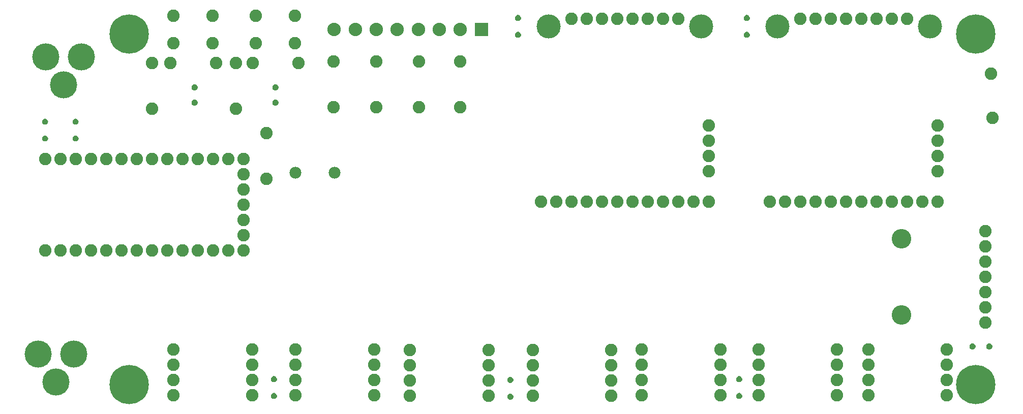
<source format=gbr>
G04 EAGLE Gerber RS-274X export*
G75*
%MOMM*%
%FSLAX34Y34*%
%LPD*%
%INSoldermask Top*%
%IPPOS*%
%AMOC8*
5,1,8,0,0,1.08239X$1,22.5*%
G01*
%ADD10C,4.521200*%
%ADD11C,1.981200*%
%ADD12C,2.082800*%
%ADD13C,4.013200*%
%ADD14C,6.553200*%
%ADD15R,2.235200X2.235200*%
%ADD16C,2.235200*%
%ADD17C,3.251200*%

G36*
X299918Y528328D02*
X299918Y528328D01*
X300009Y528327D01*
X300973Y528458D01*
X301021Y528474D01*
X301110Y528493D01*
X302021Y528835D01*
X302064Y528861D01*
X302148Y528900D01*
X302959Y529437D01*
X302995Y529472D01*
X303068Y529528D01*
X303740Y530232D01*
X303768Y530274D01*
X303826Y530345D01*
X304324Y531181D01*
X304325Y531184D01*
X304327Y531186D01*
X304333Y531205D01*
X304342Y531228D01*
X304382Y531310D01*
X304682Y532236D01*
X304689Y532286D01*
X304711Y532375D01*
X304797Y533344D01*
X304793Y533391D01*
X304796Y533466D01*
X304694Y534442D01*
X304680Y534490D01*
X304664Y534580D01*
X304348Y535509D01*
X304324Y535553D01*
X304287Y535638D01*
X303773Y536473D01*
X303739Y536510D01*
X303685Y536585D01*
X302997Y537285D01*
X302956Y537314D01*
X302887Y537374D01*
X302060Y537903D01*
X302014Y537922D01*
X301933Y537966D01*
X301010Y538298D01*
X300960Y538306D01*
X300871Y538331D01*
X299897Y538449D01*
X299847Y538446D01*
X299761Y538450D01*
X298759Y538355D01*
X298710Y538341D01*
X298620Y538325D01*
X297664Y538009D01*
X297619Y537985D01*
X297535Y537950D01*
X296674Y537428D01*
X296636Y537395D01*
X296561Y537342D01*
X295837Y536642D01*
X295808Y536601D01*
X295747Y536532D01*
X295197Y535689D01*
X295177Y535643D01*
X295133Y535562D01*
X294785Y534618D01*
X294776Y534568D01*
X294751Y534480D01*
X294621Y533482D01*
X294623Y533439D01*
X294622Y533313D01*
X294761Y532302D01*
X294777Y532254D01*
X294796Y532164D01*
X295158Y531209D01*
X295184Y531166D01*
X295223Y531082D01*
X295787Y530232D01*
X295822Y530195D01*
X295879Y530123D01*
X296619Y529419D01*
X296661Y529391D01*
X296732Y529333D01*
X297610Y528812D01*
X297657Y528794D01*
X297739Y528753D01*
X298711Y528440D01*
X298761Y528433D01*
X298850Y528412D01*
X299868Y528323D01*
X299918Y528328D01*
G37*
G36*
X434538Y528328D02*
X434538Y528328D01*
X434629Y528327D01*
X435593Y528458D01*
X435641Y528474D01*
X435730Y528493D01*
X436641Y528835D01*
X436684Y528861D01*
X436768Y528900D01*
X437579Y529437D01*
X437615Y529472D01*
X437688Y529528D01*
X438360Y530232D01*
X438388Y530274D01*
X438446Y530345D01*
X438944Y531181D01*
X438945Y531184D01*
X438947Y531186D01*
X438953Y531205D01*
X438962Y531228D01*
X439002Y531310D01*
X439302Y532236D01*
X439309Y532286D01*
X439331Y532375D01*
X439417Y533344D01*
X439413Y533391D01*
X439416Y533466D01*
X439314Y534442D01*
X439300Y534490D01*
X439284Y534580D01*
X438968Y535509D01*
X438944Y535553D01*
X438907Y535638D01*
X438393Y536473D01*
X438359Y536510D01*
X438305Y536585D01*
X437617Y537285D01*
X437576Y537314D01*
X437507Y537374D01*
X436680Y537903D01*
X436634Y537922D01*
X436553Y537966D01*
X435630Y538298D01*
X435580Y538306D01*
X435491Y538331D01*
X434517Y538449D01*
X434467Y538446D01*
X434381Y538450D01*
X433379Y538355D01*
X433330Y538341D01*
X433240Y538325D01*
X432284Y538009D01*
X432239Y537985D01*
X432155Y537950D01*
X431294Y537428D01*
X431256Y537395D01*
X431181Y537342D01*
X430457Y536642D01*
X430428Y536601D01*
X430367Y536532D01*
X429817Y535689D01*
X429797Y535643D01*
X429753Y535562D01*
X429405Y534618D01*
X429396Y534568D01*
X429371Y534480D01*
X429241Y533482D01*
X429243Y533439D01*
X429242Y533313D01*
X429381Y532302D01*
X429397Y532254D01*
X429416Y532164D01*
X429778Y531209D01*
X429804Y531166D01*
X429843Y531082D01*
X430407Y530232D01*
X430442Y530195D01*
X430499Y530123D01*
X431239Y529419D01*
X431281Y529391D01*
X431352Y529333D01*
X432230Y528812D01*
X432277Y528794D01*
X432359Y528753D01*
X433331Y528440D01*
X433381Y528433D01*
X433470Y528412D01*
X434488Y528323D01*
X434538Y528328D01*
G37*
G36*
X299918Y502928D02*
X299918Y502928D01*
X300009Y502927D01*
X300973Y503058D01*
X301021Y503074D01*
X301110Y503093D01*
X302021Y503435D01*
X302064Y503461D01*
X302148Y503500D01*
X302959Y504037D01*
X302995Y504072D01*
X303068Y504128D01*
X303740Y504832D01*
X303768Y504874D01*
X303826Y504945D01*
X304324Y505781D01*
X304325Y505784D01*
X304327Y505786D01*
X304333Y505805D01*
X304342Y505828D01*
X304382Y505910D01*
X304682Y506836D01*
X304689Y506886D01*
X304711Y506975D01*
X304797Y507944D01*
X304793Y507991D01*
X304796Y508066D01*
X304694Y509042D01*
X304680Y509090D01*
X304664Y509180D01*
X304348Y510109D01*
X304324Y510153D01*
X304287Y510238D01*
X303773Y511073D01*
X303739Y511110D01*
X303685Y511185D01*
X302997Y511885D01*
X302956Y511914D01*
X302887Y511974D01*
X302060Y512503D01*
X302014Y512522D01*
X301933Y512566D01*
X301010Y512898D01*
X300960Y512906D01*
X300871Y512931D01*
X299897Y513049D01*
X299847Y513046D01*
X299761Y513050D01*
X298759Y512955D01*
X298710Y512941D01*
X298620Y512925D01*
X297664Y512609D01*
X297619Y512585D01*
X297535Y512550D01*
X296674Y512028D01*
X296636Y511995D01*
X296561Y511942D01*
X295837Y511242D01*
X295808Y511201D01*
X295747Y511132D01*
X295197Y510289D01*
X295177Y510243D01*
X295133Y510162D01*
X294785Y509218D01*
X294776Y509168D01*
X294751Y509080D01*
X294621Y508082D01*
X294623Y508039D01*
X294622Y507913D01*
X294761Y506902D01*
X294777Y506854D01*
X294796Y506764D01*
X295158Y505809D01*
X295184Y505766D01*
X295223Y505682D01*
X295787Y504832D01*
X295822Y504795D01*
X295879Y504723D01*
X296619Y504019D01*
X296661Y503991D01*
X296732Y503933D01*
X297610Y503412D01*
X297657Y503394D01*
X297739Y503353D01*
X298711Y503040D01*
X298761Y503033D01*
X298850Y503012D01*
X299868Y502923D01*
X299918Y502928D01*
G37*
G36*
X434538Y502928D02*
X434538Y502928D01*
X434629Y502927D01*
X435593Y503058D01*
X435641Y503074D01*
X435730Y503093D01*
X436641Y503435D01*
X436684Y503461D01*
X436768Y503500D01*
X437579Y504037D01*
X437615Y504072D01*
X437688Y504128D01*
X438360Y504832D01*
X438388Y504874D01*
X438446Y504945D01*
X438944Y505781D01*
X438945Y505784D01*
X438947Y505786D01*
X438953Y505805D01*
X438962Y505828D01*
X439002Y505910D01*
X439302Y506836D01*
X439309Y506886D01*
X439331Y506975D01*
X439417Y507944D01*
X439413Y507991D01*
X439416Y508066D01*
X439314Y509042D01*
X439300Y509090D01*
X439284Y509180D01*
X438968Y510109D01*
X438944Y510153D01*
X438907Y510238D01*
X438393Y511073D01*
X438359Y511110D01*
X438305Y511185D01*
X437617Y511885D01*
X437576Y511914D01*
X437507Y511974D01*
X436680Y512503D01*
X436634Y512522D01*
X436553Y512566D01*
X435630Y512898D01*
X435580Y512906D01*
X435491Y512931D01*
X434517Y513049D01*
X434467Y513046D01*
X434381Y513050D01*
X433379Y512955D01*
X433330Y512941D01*
X433240Y512925D01*
X432284Y512609D01*
X432239Y512585D01*
X432155Y512550D01*
X431294Y512028D01*
X431256Y511995D01*
X431181Y511942D01*
X430457Y511242D01*
X430428Y511201D01*
X430367Y511132D01*
X429817Y510289D01*
X429797Y510243D01*
X429753Y510162D01*
X429405Y509218D01*
X429396Y509168D01*
X429371Y509080D01*
X429241Y508082D01*
X429243Y508039D01*
X429242Y507913D01*
X429381Y506902D01*
X429397Y506854D01*
X429416Y506764D01*
X429778Y505809D01*
X429804Y505766D01*
X429843Y505682D01*
X430407Y504832D01*
X430442Y504795D01*
X430499Y504723D01*
X431239Y504019D01*
X431281Y503991D01*
X431352Y503933D01*
X432230Y503412D01*
X432277Y503394D01*
X432359Y503353D01*
X433331Y503040D01*
X433381Y503033D01*
X433470Y503012D01*
X434488Y502923D01*
X434538Y502928D01*
G37*
G36*
X50948Y471153D02*
X50948Y471153D01*
X51039Y471152D01*
X52003Y471283D01*
X52051Y471299D01*
X52140Y471318D01*
X53051Y471660D01*
X53094Y471686D01*
X53178Y471725D01*
X53989Y472262D01*
X54025Y472297D01*
X54098Y472353D01*
X54770Y473057D01*
X54798Y473099D01*
X54856Y473170D01*
X55354Y474006D01*
X55355Y474009D01*
X55357Y474011D01*
X55363Y474030D01*
X55372Y474053D01*
X55412Y474135D01*
X55712Y475061D01*
X55719Y475111D01*
X55741Y475200D01*
X55827Y476169D01*
X55823Y476216D01*
X55826Y476291D01*
X55724Y477267D01*
X55710Y477315D01*
X55694Y477405D01*
X55378Y478334D01*
X55354Y478378D01*
X55317Y478463D01*
X54803Y479298D01*
X54769Y479335D01*
X54715Y479410D01*
X54027Y480110D01*
X53986Y480139D01*
X53917Y480199D01*
X53090Y480728D01*
X53044Y480747D01*
X52963Y480791D01*
X52040Y481123D01*
X51990Y481131D01*
X51901Y481156D01*
X50927Y481274D01*
X50877Y481271D01*
X50791Y481275D01*
X49789Y481180D01*
X49740Y481166D01*
X49650Y481150D01*
X48694Y480834D01*
X48649Y480810D01*
X48565Y480775D01*
X47704Y480253D01*
X47666Y480220D01*
X47591Y480167D01*
X46867Y479467D01*
X46838Y479426D01*
X46777Y479357D01*
X46227Y478514D01*
X46207Y478468D01*
X46163Y478387D01*
X45815Y477443D01*
X45806Y477393D01*
X45781Y477305D01*
X45651Y476307D01*
X45653Y476264D01*
X45652Y476138D01*
X45791Y475127D01*
X45807Y475079D01*
X45826Y474989D01*
X46188Y474034D01*
X46214Y473991D01*
X46253Y473907D01*
X46817Y473057D01*
X46852Y473020D01*
X46909Y472948D01*
X47649Y472244D01*
X47691Y472216D01*
X47762Y472158D01*
X48640Y471637D01*
X48687Y471619D01*
X48769Y471578D01*
X49741Y471265D01*
X49791Y471258D01*
X49880Y471237D01*
X50898Y471148D01*
X50948Y471153D01*
G37*
G36*
X101748Y471153D02*
X101748Y471153D01*
X101839Y471152D01*
X102803Y471283D01*
X102851Y471299D01*
X102940Y471318D01*
X103851Y471660D01*
X103894Y471686D01*
X103978Y471725D01*
X104789Y472262D01*
X104825Y472297D01*
X104898Y472353D01*
X105570Y473057D01*
X105598Y473099D01*
X105656Y473170D01*
X106154Y474006D01*
X106155Y474009D01*
X106157Y474011D01*
X106163Y474030D01*
X106172Y474053D01*
X106212Y474135D01*
X106512Y475061D01*
X106519Y475111D01*
X106541Y475200D01*
X106627Y476169D01*
X106623Y476216D01*
X106626Y476291D01*
X106524Y477267D01*
X106510Y477315D01*
X106494Y477405D01*
X106178Y478334D01*
X106154Y478378D01*
X106117Y478463D01*
X105603Y479298D01*
X105569Y479335D01*
X105515Y479410D01*
X104827Y480110D01*
X104786Y480139D01*
X104717Y480199D01*
X103890Y480728D01*
X103844Y480747D01*
X103763Y480791D01*
X102840Y481123D01*
X102790Y481131D01*
X102701Y481156D01*
X101727Y481274D01*
X101677Y481271D01*
X101591Y481275D01*
X100589Y481180D01*
X100540Y481166D01*
X100450Y481150D01*
X99494Y480834D01*
X99449Y480810D01*
X99365Y480775D01*
X98504Y480253D01*
X98466Y480220D01*
X98391Y480167D01*
X97667Y479467D01*
X97638Y479426D01*
X97577Y479357D01*
X97027Y478514D01*
X97007Y478468D01*
X96963Y478387D01*
X96615Y477443D01*
X96606Y477393D01*
X96581Y477305D01*
X96451Y476307D01*
X96453Y476264D01*
X96452Y476138D01*
X96591Y475127D01*
X96607Y475079D01*
X96626Y474989D01*
X96988Y474034D01*
X97014Y473991D01*
X97053Y473907D01*
X97617Y473057D01*
X97652Y473020D01*
X97709Y472948D01*
X98449Y472244D01*
X98491Y472216D01*
X98562Y472158D01*
X99440Y471637D01*
X99487Y471619D01*
X99569Y471578D01*
X100541Y471265D01*
X100591Y471258D01*
X100680Y471237D01*
X101698Y471148D01*
X101748Y471153D01*
G37*
G36*
X50948Y443162D02*
X50948Y443162D01*
X51039Y443161D01*
X52003Y443292D01*
X52051Y443308D01*
X52140Y443327D01*
X53051Y443669D01*
X53094Y443695D01*
X53178Y443734D01*
X53989Y444271D01*
X54025Y444306D01*
X54098Y444362D01*
X54770Y445066D01*
X54798Y445108D01*
X54856Y445179D01*
X55354Y446015D01*
X55355Y446018D01*
X55357Y446020D01*
X55363Y446039D01*
X55372Y446062D01*
X55412Y446144D01*
X55712Y447070D01*
X55719Y447120D01*
X55741Y447209D01*
X55827Y448178D01*
X55823Y448225D01*
X55826Y448300D01*
X55724Y449276D01*
X55710Y449324D01*
X55694Y449414D01*
X55378Y450343D01*
X55354Y450387D01*
X55317Y450472D01*
X54803Y451307D01*
X54769Y451344D01*
X54715Y451419D01*
X54027Y452119D01*
X53986Y452148D01*
X53917Y452208D01*
X53090Y452737D01*
X53044Y452756D01*
X52963Y452800D01*
X52040Y453132D01*
X51990Y453140D01*
X51901Y453165D01*
X50927Y453283D01*
X50877Y453280D01*
X50791Y453284D01*
X49789Y453189D01*
X49740Y453175D01*
X49650Y453159D01*
X48694Y452843D01*
X48649Y452819D01*
X48565Y452784D01*
X47704Y452262D01*
X47666Y452229D01*
X47591Y452176D01*
X46867Y451476D01*
X46838Y451435D01*
X46777Y451366D01*
X46227Y450523D01*
X46207Y450477D01*
X46163Y450396D01*
X45815Y449452D01*
X45806Y449402D01*
X45781Y449314D01*
X45651Y448316D01*
X45653Y448273D01*
X45652Y448147D01*
X45791Y447136D01*
X45807Y447088D01*
X45826Y446998D01*
X46188Y446043D01*
X46214Y446000D01*
X46253Y445916D01*
X46817Y445066D01*
X46852Y445029D01*
X46909Y444957D01*
X47649Y444253D01*
X47691Y444225D01*
X47762Y444167D01*
X48640Y443646D01*
X48687Y443628D01*
X48769Y443587D01*
X49741Y443274D01*
X49791Y443267D01*
X49880Y443246D01*
X50898Y443157D01*
X50948Y443162D01*
G37*
G36*
X101748Y443162D02*
X101748Y443162D01*
X101839Y443161D01*
X102803Y443292D01*
X102851Y443308D01*
X102940Y443327D01*
X103851Y443669D01*
X103894Y443695D01*
X103978Y443734D01*
X104789Y444271D01*
X104825Y444306D01*
X104898Y444362D01*
X105570Y445066D01*
X105598Y445108D01*
X105656Y445179D01*
X106154Y446015D01*
X106155Y446018D01*
X106157Y446020D01*
X106163Y446039D01*
X106172Y446062D01*
X106212Y446144D01*
X106512Y447070D01*
X106519Y447120D01*
X106541Y447209D01*
X106627Y448178D01*
X106623Y448225D01*
X106626Y448300D01*
X106524Y449276D01*
X106510Y449324D01*
X106494Y449414D01*
X106178Y450343D01*
X106154Y450387D01*
X106117Y450472D01*
X105603Y451307D01*
X105569Y451344D01*
X105515Y451419D01*
X104827Y452119D01*
X104786Y452148D01*
X104717Y452208D01*
X103890Y452737D01*
X103844Y452756D01*
X103763Y452800D01*
X102840Y453132D01*
X102790Y453140D01*
X102701Y453165D01*
X101727Y453283D01*
X101677Y453280D01*
X101591Y453284D01*
X100589Y453189D01*
X100540Y453175D01*
X100450Y453159D01*
X99494Y452843D01*
X99449Y452819D01*
X99365Y452784D01*
X98504Y452262D01*
X98466Y452229D01*
X98391Y452176D01*
X97667Y451476D01*
X97638Y451435D01*
X97577Y451366D01*
X97027Y450523D01*
X97007Y450477D01*
X96963Y450396D01*
X96615Y449452D01*
X96606Y449402D01*
X96581Y449314D01*
X96451Y448316D01*
X96453Y448273D01*
X96452Y448147D01*
X96591Y447136D01*
X96607Y447088D01*
X96626Y446998D01*
X96988Y446043D01*
X97014Y446000D01*
X97053Y445916D01*
X97617Y445066D01*
X97652Y445029D01*
X97709Y444957D01*
X98449Y444253D01*
X98491Y444225D01*
X98562Y444167D01*
X99440Y443646D01*
X99487Y443628D01*
X99569Y443587D01*
X100541Y443274D01*
X100591Y443267D01*
X100680Y443246D01*
X101698Y443157D01*
X101748Y443162D01*
G37*
G36*
X1623097Y96453D02*
X1623097Y96453D01*
X1623223Y96452D01*
X1624234Y96591D01*
X1624282Y96607D01*
X1624372Y96626D01*
X1625327Y96988D01*
X1625370Y97014D01*
X1625454Y97053D01*
X1626304Y97617D01*
X1626341Y97652D01*
X1626413Y97709D01*
X1627117Y98449D01*
X1627145Y98491D01*
X1627203Y98562D01*
X1627724Y99440D01*
X1627742Y99487D01*
X1627783Y99569D01*
X1628096Y100541D01*
X1628103Y100591D01*
X1628124Y100680D01*
X1628213Y101698D01*
X1628208Y101748D01*
X1628209Y101839D01*
X1628078Y102803D01*
X1628062Y102851D01*
X1628043Y102940D01*
X1627701Y103851D01*
X1627675Y103894D01*
X1627636Y103978D01*
X1627099Y104789D01*
X1627064Y104825D01*
X1627008Y104898D01*
X1626304Y105570D01*
X1626262Y105598D01*
X1626191Y105656D01*
X1625356Y106154D01*
X1625308Y106172D01*
X1625226Y106212D01*
X1624301Y106512D01*
X1624250Y106519D01*
X1624161Y106541D01*
X1623192Y106627D01*
X1623145Y106623D01*
X1623070Y106626D01*
X1622094Y106524D01*
X1622046Y106510D01*
X1621956Y106494D01*
X1621027Y106178D01*
X1620983Y106154D01*
X1620898Y106117D01*
X1620063Y105603D01*
X1620026Y105569D01*
X1619951Y105515D01*
X1619252Y104827D01*
X1619222Y104786D01*
X1619162Y104717D01*
X1618633Y103890D01*
X1618614Y103844D01*
X1618570Y103763D01*
X1618238Y102840D01*
X1618230Y102790D01*
X1618205Y102701D01*
X1618087Y101727D01*
X1618090Y101677D01*
X1618086Y101591D01*
X1618181Y100589D01*
X1618195Y100540D01*
X1618211Y100450D01*
X1618527Y99494D01*
X1618551Y99449D01*
X1618587Y99365D01*
X1619108Y98504D01*
X1619141Y98466D01*
X1619194Y98391D01*
X1619894Y97667D01*
X1619935Y97638D01*
X1620004Y97577D01*
X1620847Y97027D01*
X1620893Y97007D01*
X1620974Y96963D01*
X1621918Y96615D01*
X1621968Y96606D01*
X1622056Y96581D01*
X1623054Y96451D01*
X1623097Y96453D01*
G37*
G36*
X1595106Y96453D02*
X1595106Y96453D01*
X1595232Y96452D01*
X1596243Y96591D01*
X1596291Y96607D01*
X1596381Y96626D01*
X1597336Y96988D01*
X1597379Y97014D01*
X1597463Y97053D01*
X1598313Y97617D01*
X1598350Y97652D01*
X1598422Y97709D01*
X1599126Y98449D01*
X1599154Y98491D01*
X1599212Y98562D01*
X1599733Y99440D01*
X1599751Y99487D01*
X1599792Y99569D01*
X1600105Y100541D01*
X1600112Y100591D01*
X1600133Y100680D01*
X1600222Y101698D01*
X1600217Y101748D01*
X1600218Y101839D01*
X1600087Y102803D01*
X1600071Y102851D01*
X1600052Y102940D01*
X1599710Y103851D01*
X1599684Y103894D01*
X1599645Y103978D01*
X1599108Y104789D01*
X1599073Y104825D01*
X1599017Y104898D01*
X1598313Y105570D01*
X1598271Y105598D01*
X1598200Y105656D01*
X1597365Y106154D01*
X1597317Y106172D01*
X1597235Y106212D01*
X1596310Y106512D01*
X1596259Y106519D01*
X1596170Y106541D01*
X1595201Y106627D01*
X1595154Y106623D01*
X1595079Y106626D01*
X1594103Y106524D01*
X1594055Y106510D01*
X1593965Y106494D01*
X1593036Y106178D01*
X1592992Y106154D01*
X1592907Y106117D01*
X1592072Y105603D01*
X1592035Y105569D01*
X1591960Y105515D01*
X1591261Y104827D01*
X1591231Y104786D01*
X1591171Y104717D01*
X1590642Y103890D01*
X1590623Y103844D01*
X1590579Y103763D01*
X1590247Y102840D01*
X1590239Y102790D01*
X1590214Y102701D01*
X1590096Y101727D01*
X1590099Y101677D01*
X1590095Y101591D01*
X1590190Y100589D01*
X1590204Y100540D01*
X1590220Y100450D01*
X1590536Y99494D01*
X1590560Y99449D01*
X1590596Y99365D01*
X1591117Y98504D01*
X1591150Y98466D01*
X1591203Y98391D01*
X1591903Y97667D01*
X1591944Y97638D01*
X1592013Y97577D01*
X1592856Y97027D01*
X1592902Y97007D01*
X1592983Y96963D01*
X1593927Y96615D01*
X1593977Y96606D01*
X1594065Y96581D01*
X1595063Y96451D01*
X1595106Y96453D01*
G37*
G36*
X1220211Y644091D02*
X1220211Y644091D01*
X1220260Y644105D01*
X1220350Y644121D01*
X1221306Y644437D01*
X1221351Y644461D01*
X1221435Y644497D01*
X1222296Y645018D01*
X1222334Y645051D01*
X1222409Y645104D01*
X1223133Y645804D01*
X1223162Y645845D01*
X1223223Y645914D01*
X1223773Y646757D01*
X1223793Y646803D01*
X1223837Y646884D01*
X1224185Y647828D01*
X1224194Y647878D01*
X1224219Y647966D01*
X1224349Y648964D01*
X1224347Y649007D01*
X1224348Y649133D01*
X1224209Y650144D01*
X1224193Y650192D01*
X1224174Y650282D01*
X1223812Y651237D01*
X1223786Y651280D01*
X1223748Y651364D01*
X1223183Y652214D01*
X1223148Y652251D01*
X1223091Y652323D01*
X1222352Y653027D01*
X1222309Y653055D01*
X1222238Y653113D01*
X1221360Y653634D01*
X1221313Y653652D01*
X1221231Y653693D01*
X1220259Y654006D01*
X1220209Y654013D01*
X1220120Y654034D01*
X1219102Y654123D01*
X1219052Y654118D01*
X1218961Y654119D01*
X1217997Y653988D01*
X1217949Y653972D01*
X1217860Y653953D01*
X1216949Y653611D01*
X1216906Y653585D01*
X1216823Y653546D01*
X1216011Y653009D01*
X1215975Y652974D01*
X1215902Y652918D01*
X1215230Y652214D01*
X1215203Y652172D01*
X1215144Y652101D01*
X1214646Y651266D01*
X1214628Y651218D01*
X1214588Y651136D01*
X1214288Y650211D01*
X1214281Y650160D01*
X1214259Y650071D01*
X1214173Y649102D01*
X1214177Y649055D01*
X1214174Y648980D01*
X1214276Y648004D01*
X1214290Y647956D01*
X1214306Y647866D01*
X1214622Y646937D01*
X1214647Y646893D01*
X1214683Y646808D01*
X1215197Y645973D01*
X1215231Y645936D01*
X1215285Y645861D01*
X1215973Y645162D01*
X1216014Y645132D01*
X1216083Y645072D01*
X1216910Y644543D01*
X1216956Y644524D01*
X1217037Y644480D01*
X1217960Y644148D01*
X1218010Y644140D01*
X1218099Y644115D01*
X1219073Y643997D01*
X1219123Y644000D01*
X1219209Y643996D01*
X1220211Y644091D01*
G37*
G36*
X839211Y644091D02*
X839211Y644091D01*
X839260Y644105D01*
X839350Y644121D01*
X840306Y644437D01*
X840351Y644461D01*
X840435Y644497D01*
X841296Y645018D01*
X841334Y645051D01*
X841409Y645104D01*
X842133Y645804D01*
X842162Y645845D01*
X842223Y645914D01*
X842773Y646757D01*
X842793Y646803D01*
X842837Y646884D01*
X843185Y647828D01*
X843194Y647878D01*
X843219Y647966D01*
X843349Y648964D01*
X843347Y649007D01*
X843348Y649133D01*
X843209Y650144D01*
X843193Y650192D01*
X843174Y650282D01*
X842812Y651237D01*
X842786Y651280D01*
X842748Y651364D01*
X842183Y652214D01*
X842148Y652251D01*
X842091Y652323D01*
X841352Y653027D01*
X841309Y653055D01*
X841238Y653113D01*
X840360Y653634D01*
X840313Y653652D01*
X840231Y653693D01*
X839259Y654006D01*
X839209Y654013D01*
X839120Y654034D01*
X838102Y654123D01*
X838052Y654118D01*
X837961Y654119D01*
X836997Y653988D01*
X836949Y653972D01*
X836860Y653953D01*
X835949Y653611D01*
X835906Y653585D01*
X835823Y653546D01*
X835011Y653009D01*
X834975Y652974D01*
X834902Y652918D01*
X834230Y652214D01*
X834203Y652172D01*
X834144Y652101D01*
X833646Y651266D01*
X833628Y651218D01*
X833588Y651136D01*
X833288Y650211D01*
X833281Y650160D01*
X833259Y650071D01*
X833173Y649102D01*
X833177Y649055D01*
X833174Y648980D01*
X833276Y648004D01*
X833290Y647956D01*
X833306Y647866D01*
X833622Y646937D01*
X833647Y646893D01*
X833683Y646808D01*
X834197Y645973D01*
X834231Y645936D01*
X834285Y645861D01*
X834973Y645162D01*
X835014Y645132D01*
X835083Y645072D01*
X835910Y644543D01*
X835956Y644524D01*
X836037Y644480D01*
X836960Y644148D01*
X837010Y644140D01*
X837099Y644115D01*
X838073Y643997D01*
X838123Y644000D01*
X838209Y643996D01*
X839211Y644091D01*
G37*
G36*
X1220211Y616100D02*
X1220211Y616100D01*
X1220260Y616114D01*
X1220350Y616130D01*
X1221306Y616446D01*
X1221351Y616470D01*
X1221435Y616506D01*
X1222296Y617027D01*
X1222334Y617060D01*
X1222409Y617113D01*
X1223133Y617813D01*
X1223162Y617854D01*
X1223223Y617923D01*
X1223773Y618766D01*
X1223793Y618812D01*
X1223837Y618893D01*
X1224185Y619837D01*
X1224194Y619887D01*
X1224219Y619975D01*
X1224349Y620973D01*
X1224347Y621016D01*
X1224348Y621142D01*
X1224209Y622153D01*
X1224193Y622201D01*
X1224174Y622291D01*
X1223812Y623246D01*
X1223786Y623289D01*
X1223748Y623373D01*
X1223183Y624223D01*
X1223148Y624260D01*
X1223091Y624332D01*
X1222352Y625036D01*
X1222309Y625064D01*
X1222238Y625122D01*
X1221360Y625643D01*
X1221313Y625661D01*
X1221231Y625702D01*
X1220259Y626015D01*
X1220209Y626022D01*
X1220120Y626043D01*
X1219102Y626132D01*
X1219052Y626127D01*
X1218961Y626128D01*
X1217997Y625997D01*
X1217949Y625981D01*
X1217860Y625962D01*
X1216949Y625620D01*
X1216906Y625594D01*
X1216823Y625555D01*
X1216011Y625018D01*
X1215975Y624983D01*
X1215902Y624927D01*
X1215230Y624223D01*
X1215203Y624181D01*
X1215144Y624110D01*
X1214646Y623275D01*
X1214628Y623227D01*
X1214588Y623145D01*
X1214288Y622220D01*
X1214281Y622169D01*
X1214259Y622080D01*
X1214173Y621111D01*
X1214177Y621064D01*
X1214174Y620989D01*
X1214276Y620013D01*
X1214290Y619965D01*
X1214306Y619875D01*
X1214622Y618946D01*
X1214647Y618902D01*
X1214683Y618817D01*
X1215197Y617982D01*
X1215231Y617945D01*
X1215285Y617870D01*
X1215973Y617171D01*
X1216014Y617141D01*
X1216083Y617081D01*
X1216910Y616552D01*
X1216956Y616533D01*
X1217037Y616489D01*
X1217960Y616157D01*
X1218010Y616149D01*
X1218099Y616124D01*
X1219073Y616006D01*
X1219123Y616009D01*
X1219209Y616005D01*
X1220211Y616100D01*
G37*
G36*
X839211Y616100D02*
X839211Y616100D01*
X839260Y616114D01*
X839350Y616130D01*
X840306Y616446D01*
X840351Y616470D01*
X840435Y616506D01*
X841296Y617027D01*
X841334Y617060D01*
X841409Y617113D01*
X842133Y617813D01*
X842162Y617854D01*
X842223Y617923D01*
X842773Y618766D01*
X842793Y618812D01*
X842837Y618893D01*
X843185Y619837D01*
X843194Y619887D01*
X843219Y619975D01*
X843349Y620973D01*
X843347Y621016D01*
X843348Y621142D01*
X843209Y622153D01*
X843193Y622201D01*
X843174Y622291D01*
X842812Y623246D01*
X842786Y623289D01*
X842748Y623373D01*
X842183Y624223D01*
X842148Y624260D01*
X842091Y624332D01*
X841352Y625036D01*
X841309Y625064D01*
X841238Y625122D01*
X840360Y625643D01*
X840313Y625661D01*
X840231Y625702D01*
X839259Y626015D01*
X839209Y626022D01*
X839120Y626043D01*
X838102Y626132D01*
X838052Y626127D01*
X837961Y626128D01*
X836997Y625997D01*
X836949Y625981D01*
X836860Y625962D01*
X835949Y625620D01*
X835906Y625594D01*
X835823Y625555D01*
X835011Y625018D01*
X834975Y624983D01*
X834902Y624927D01*
X834230Y624223D01*
X834203Y624181D01*
X834144Y624110D01*
X833646Y623275D01*
X833628Y623227D01*
X833588Y623145D01*
X833288Y622220D01*
X833281Y622169D01*
X833259Y622080D01*
X833173Y621111D01*
X833177Y621064D01*
X833174Y620989D01*
X833276Y620013D01*
X833290Y619965D01*
X833306Y619875D01*
X833622Y618946D01*
X833647Y618902D01*
X833683Y618817D01*
X834197Y617982D01*
X834231Y617945D01*
X834285Y617870D01*
X834973Y617171D01*
X835014Y617141D01*
X835083Y617081D01*
X835910Y616552D01*
X835956Y616533D01*
X836037Y616489D01*
X836960Y616157D01*
X837010Y616149D01*
X837099Y616124D01*
X838073Y616006D01*
X838123Y616009D01*
X838209Y616005D01*
X839211Y616100D01*
G37*
G36*
X432811Y42111D02*
X432811Y42111D01*
X432860Y42125D01*
X432950Y42141D01*
X433906Y42457D01*
X433951Y42481D01*
X434035Y42517D01*
X434896Y43038D01*
X434934Y43071D01*
X435009Y43124D01*
X435733Y43824D01*
X435762Y43865D01*
X435823Y43934D01*
X436373Y44777D01*
X436393Y44823D01*
X436437Y44904D01*
X436785Y45848D01*
X436794Y45898D01*
X436819Y45986D01*
X436949Y46984D01*
X436947Y47027D01*
X436948Y47153D01*
X436809Y48164D01*
X436793Y48212D01*
X436774Y48302D01*
X436412Y49257D01*
X436386Y49300D01*
X436348Y49384D01*
X435783Y50234D01*
X435748Y50271D01*
X435691Y50343D01*
X434952Y51047D01*
X434909Y51075D01*
X434838Y51133D01*
X433960Y51654D01*
X433913Y51672D01*
X433831Y51713D01*
X432859Y52026D01*
X432809Y52033D01*
X432720Y52054D01*
X431702Y52143D01*
X431652Y52138D01*
X431561Y52139D01*
X430597Y52008D01*
X430549Y51992D01*
X430460Y51973D01*
X429549Y51631D01*
X429506Y51605D01*
X429423Y51566D01*
X428611Y51029D01*
X428575Y50994D01*
X428502Y50938D01*
X427830Y50234D01*
X427803Y50192D01*
X427744Y50121D01*
X427246Y49286D01*
X427228Y49238D01*
X427188Y49156D01*
X426888Y48231D01*
X426881Y48180D01*
X426859Y48091D01*
X426773Y47122D01*
X426777Y47075D01*
X426774Y47000D01*
X426876Y46024D01*
X426890Y45976D01*
X426906Y45886D01*
X427222Y44957D01*
X427247Y44913D01*
X427283Y44828D01*
X427797Y43993D01*
X427831Y43956D01*
X427885Y43881D01*
X428573Y43182D01*
X428614Y43152D01*
X428683Y43092D01*
X429510Y42563D01*
X429556Y42544D01*
X429637Y42500D01*
X430560Y42168D01*
X430610Y42160D01*
X430699Y42135D01*
X431673Y42017D01*
X431723Y42020D01*
X431809Y42016D01*
X432811Y42111D01*
G37*
G36*
X1207511Y42111D02*
X1207511Y42111D01*
X1207560Y42125D01*
X1207650Y42141D01*
X1208606Y42457D01*
X1208651Y42481D01*
X1208735Y42517D01*
X1209596Y43038D01*
X1209634Y43071D01*
X1209709Y43124D01*
X1210433Y43824D01*
X1210462Y43865D01*
X1210523Y43934D01*
X1211073Y44777D01*
X1211093Y44823D01*
X1211137Y44904D01*
X1211485Y45848D01*
X1211494Y45898D01*
X1211519Y45986D01*
X1211649Y46984D01*
X1211647Y47027D01*
X1211648Y47153D01*
X1211509Y48164D01*
X1211493Y48212D01*
X1211474Y48302D01*
X1211112Y49257D01*
X1211086Y49300D01*
X1211048Y49384D01*
X1210483Y50234D01*
X1210448Y50271D01*
X1210391Y50343D01*
X1209652Y51047D01*
X1209609Y51075D01*
X1209538Y51133D01*
X1208660Y51654D01*
X1208613Y51672D01*
X1208531Y51713D01*
X1207559Y52026D01*
X1207509Y52033D01*
X1207420Y52054D01*
X1206402Y52143D01*
X1206352Y52138D01*
X1206261Y52139D01*
X1205297Y52008D01*
X1205249Y51992D01*
X1205160Y51973D01*
X1204249Y51631D01*
X1204206Y51605D01*
X1204123Y51566D01*
X1203311Y51029D01*
X1203275Y50994D01*
X1203202Y50938D01*
X1202530Y50234D01*
X1202503Y50192D01*
X1202444Y50121D01*
X1201946Y49286D01*
X1201928Y49238D01*
X1201888Y49156D01*
X1201588Y48231D01*
X1201581Y48180D01*
X1201559Y48091D01*
X1201473Y47122D01*
X1201477Y47075D01*
X1201474Y47000D01*
X1201576Y46024D01*
X1201590Y45976D01*
X1201606Y45886D01*
X1201922Y44957D01*
X1201947Y44913D01*
X1201983Y44828D01*
X1202497Y43993D01*
X1202531Y43956D01*
X1202585Y43881D01*
X1203273Y43182D01*
X1203314Y43152D01*
X1203383Y43092D01*
X1204210Y42563D01*
X1204256Y42544D01*
X1204337Y42500D01*
X1205260Y42168D01*
X1205310Y42160D01*
X1205399Y42135D01*
X1206373Y42017D01*
X1206423Y42020D01*
X1206509Y42016D01*
X1207511Y42111D01*
G37*
G36*
X826511Y40841D02*
X826511Y40841D01*
X826560Y40855D01*
X826650Y40871D01*
X827606Y41187D01*
X827651Y41211D01*
X827735Y41247D01*
X828596Y41768D01*
X828634Y41801D01*
X828709Y41854D01*
X829433Y42554D01*
X829462Y42595D01*
X829523Y42664D01*
X830073Y43507D01*
X830093Y43553D01*
X830137Y43634D01*
X830485Y44578D01*
X830494Y44628D01*
X830519Y44716D01*
X830649Y45714D01*
X830647Y45757D01*
X830648Y45883D01*
X830509Y46894D01*
X830493Y46942D01*
X830474Y47032D01*
X830112Y47987D01*
X830086Y48030D01*
X830048Y48114D01*
X829483Y48964D01*
X829448Y49001D01*
X829391Y49073D01*
X828652Y49777D01*
X828609Y49805D01*
X828538Y49863D01*
X827660Y50384D01*
X827613Y50402D01*
X827531Y50443D01*
X826559Y50756D01*
X826509Y50763D01*
X826420Y50784D01*
X825402Y50873D01*
X825352Y50868D01*
X825261Y50869D01*
X824297Y50738D01*
X824249Y50722D01*
X824160Y50703D01*
X823249Y50361D01*
X823206Y50335D01*
X823123Y50296D01*
X822311Y49759D01*
X822275Y49724D01*
X822202Y49668D01*
X821530Y48964D01*
X821503Y48922D01*
X821444Y48851D01*
X820946Y48016D01*
X820928Y47968D01*
X820888Y47886D01*
X820588Y46961D01*
X820581Y46910D01*
X820559Y46821D01*
X820473Y45852D01*
X820477Y45805D01*
X820474Y45730D01*
X820576Y44754D01*
X820590Y44706D01*
X820606Y44616D01*
X820922Y43687D01*
X820947Y43643D01*
X820983Y43558D01*
X821497Y42723D01*
X821531Y42686D01*
X821585Y42611D01*
X822273Y41912D01*
X822314Y41882D01*
X822383Y41822D01*
X823210Y41293D01*
X823256Y41274D01*
X823337Y41230D01*
X824260Y40898D01*
X824310Y40890D01*
X824399Y40865D01*
X825373Y40747D01*
X825423Y40750D01*
X825509Y40746D01*
X826511Y40841D01*
G37*
G36*
X1207511Y14120D02*
X1207511Y14120D01*
X1207560Y14134D01*
X1207650Y14150D01*
X1208606Y14466D01*
X1208651Y14490D01*
X1208735Y14526D01*
X1209596Y15047D01*
X1209634Y15080D01*
X1209709Y15133D01*
X1210433Y15833D01*
X1210462Y15874D01*
X1210523Y15943D01*
X1211073Y16786D01*
X1211093Y16832D01*
X1211137Y16913D01*
X1211485Y17857D01*
X1211494Y17907D01*
X1211519Y17995D01*
X1211649Y18993D01*
X1211647Y19036D01*
X1211648Y19162D01*
X1211509Y20173D01*
X1211493Y20221D01*
X1211474Y20311D01*
X1211112Y21266D01*
X1211086Y21309D01*
X1211048Y21393D01*
X1210483Y22243D01*
X1210448Y22280D01*
X1210391Y22352D01*
X1209652Y23056D01*
X1209609Y23084D01*
X1209538Y23142D01*
X1208660Y23663D01*
X1208613Y23681D01*
X1208531Y23722D01*
X1207559Y24035D01*
X1207509Y24042D01*
X1207420Y24063D01*
X1206402Y24152D01*
X1206352Y24147D01*
X1206261Y24148D01*
X1205297Y24017D01*
X1205249Y24001D01*
X1205160Y23982D01*
X1204249Y23640D01*
X1204206Y23614D01*
X1204123Y23575D01*
X1203311Y23038D01*
X1203275Y23003D01*
X1203202Y22947D01*
X1202530Y22243D01*
X1202503Y22201D01*
X1202444Y22130D01*
X1201946Y21295D01*
X1201928Y21247D01*
X1201888Y21165D01*
X1201588Y20240D01*
X1201581Y20189D01*
X1201559Y20100D01*
X1201473Y19131D01*
X1201477Y19084D01*
X1201474Y19009D01*
X1201576Y18033D01*
X1201590Y17985D01*
X1201606Y17895D01*
X1201922Y16966D01*
X1201947Y16922D01*
X1201983Y16837D01*
X1202497Y16002D01*
X1202531Y15965D01*
X1202585Y15890D01*
X1203273Y15191D01*
X1203314Y15161D01*
X1203383Y15101D01*
X1204210Y14572D01*
X1204256Y14553D01*
X1204337Y14509D01*
X1205260Y14177D01*
X1205310Y14169D01*
X1205399Y14144D01*
X1206373Y14026D01*
X1206423Y14029D01*
X1206509Y14025D01*
X1207511Y14120D01*
G37*
G36*
X432811Y14120D02*
X432811Y14120D01*
X432860Y14134D01*
X432950Y14150D01*
X433906Y14466D01*
X433951Y14490D01*
X434035Y14526D01*
X434896Y15047D01*
X434934Y15080D01*
X435009Y15133D01*
X435733Y15833D01*
X435762Y15874D01*
X435823Y15943D01*
X436373Y16786D01*
X436393Y16832D01*
X436437Y16913D01*
X436785Y17857D01*
X436794Y17907D01*
X436819Y17995D01*
X436949Y18993D01*
X436947Y19036D01*
X436948Y19162D01*
X436809Y20173D01*
X436793Y20221D01*
X436774Y20311D01*
X436412Y21266D01*
X436386Y21309D01*
X436348Y21393D01*
X435783Y22243D01*
X435748Y22280D01*
X435691Y22352D01*
X434952Y23056D01*
X434909Y23084D01*
X434838Y23142D01*
X433960Y23663D01*
X433913Y23681D01*
X433831Y23722D01*
X432859Y24035D01*
X432809Y24042D01*
X432720Y24063D01*
X431702Y24152D01*
X431652Y24147D01*
X431561Y24148D01*
X430597Y24017D01*
X430549Y24001D01*
X430460Y23982D01*
X429549Y23640D01*
X429506Y23614D01*
X429423Y23575D01*
X428611Y23038D01*
X428575Y23003D01*
X428502Y22947D01*
X427830Y22243D01*
X427803Y22201D01*
X427744Y22130D01*
X427246Y21295D01*
X427228Y21247D01*
X427188Y21165D01*
X426888Y20240D01*
X426881Y20189D01*
X426859Y20100D01*
X426773Y19131D01*
X426777Y19084D01*
X426774Y19009D01*
X426876Y18033D01*
X426890Y17985D01*
X426906Y17895D01*
X427222Y16966D01*
X427247Y16922D01*
X427283Y16837D01*
X427797Y16002D01*
X427831Y15965D01*
X427885Y15890D01*
X428573Y15191D01*
X428614Y15161D01*
X428683Y15101D01*
X429510Y14572D01*
X429556Y14553D01*
X429637Y14509D01*
X430560Y14177D01*
X430610Y14169D01*
X430699Y14144D01*
X431673Y14026D01*
X431723Y14029D01*
X431809Y14025D01*
X432811Y14120D01*
G37*
G36*
X826511Y12850D02*
X826511Y12850D01*
X826560Y12864D01*
X826650Y12880D01*
X827606Y13196D01*
X827651Y13220D01*
X827735Y13256D01*
X828596Y13777D01*
X828634Y13810D01*
X828709Y13863D01*
X829433Y14563D01*
X829462Y14604D01*
X829523Y14673D01*
X830073Y15516D01*
X830093Y15562D01*
X830137Y15643D01*
X830485Y16587D01*
X830494Y16637D01*
X830519Y16725D01*
X830649Y17723D01*
X830647Y17766D01*
X830648Y17892D01*
X830509Y18903D01*
X830493Y18951D01*
X830474Y19041D01*
X830112Y19996D01*
X830086Y20039D01*
X830048Y20123D01*
X829483Y20973D01*
X829448Y21010D01*
X829391Y21082D01*
X828652Y21786D01*
X828609Y21814D01*
X828538Y21872D01*
X827660Y22393D01*
X827613Y22411D01*
X827531Y22452D01*
X826559Y22765D01*
X826509Y22772D01*
X826420Y22793D01*
X825402Y22882D01*
X825352Y22877D01*
X825261Y22878D01*
X824297Y22747D01*
X824249Y22731D01*
X824160Y22712D01*
X823249Y22370D01*
X823206Y22344D01*
X823123Y22305D01*
X822311Y21768D01*
X822275Y21733D01*
X822202Y21677D01*
X821530Y20973D01*
X821503Y20931D01*
X821444Y20860D01*
X820946Y20025D01*
X820928Y19977D01*
X820888Y19895D01*
X820588Y18970D01*
X820581Y18919D01*
X820559Y18830D01*
X820473Y17861D01*
X820477Y17814D01*
X820474Y17739D01*
X820576Y16763D01*
X820590Y16715D01*
X820606Y16625D01*
X820922Y15696D01*
X820947Y15652D01*
X820983Y15567D01*
X821497Y14732D01*
X821531Y14695D01*
X821585Y14620D01*
X822273Y13921D01*
X822314Y13891D01*
X822383Y13831D01*
X823210Y13302D01*
X823256Y13283D01*
X823337Y13239D01*
X824260Y12907D01*
X824310Y12899D01*
X824399Y12874D01*
X825373Y12756D01*
X825423Y12759D01*
X825509Y12755D01*
X826511Y12850D01*
G37*
D10*
X98900Y88900D03*
X38900Y88900D03*
X68900Y41900D03*
D11*
X532880Y391160D03*
X467880Y391160D03*
D12*
X396240Y574040D03*
X472440Y574040D03*
X259080Y574040D03*
X335280Y574040D03*
X368300Y574040D03*
X368300Y497840D03*
X228600Y574040D03*
X228600Y497840D03*
X741680Y576580D03*
X741680Y500380D03*
X673100Y576580D03*
X673100Y500380D03*
X601980Y576580D03*
X601980Y500380D03*
X530860Y576580D03*
X530860Y500380D03*
X401828Y652526D03*
X466852Y652526D03*
X401828Y607314D03*
X466852Y607314D03*
X264668Y652526D03*
X329692Y652526D03*
X264668Y607314D03*
X329692Y607314D03*
X1155700Y342900D03*
X1130300Y342900D03*
X1104900Y342900D03*
X1079500Y342900D03*
X1054100Y342900D03*
X1028700Y342900D03*
X1003300Y342900D03*
X977900Y342900D03*
X952500Y342900D03*
X927100Y342900D03*
X901700Y342900D03*
X876300Y342900D03*
X1155700Y393700D03*
X1155700Y419100D03*
X1155700Y444500D03*
X1155700Y469900D03*
D13*
X889000Y635000D03*
X1143000Y635000D03*
D12*
X1104900Y647700D03*
X1079500Y647700D03*
X1054100Y647700D03*
X1028700Y647700D03*
X1003300Y647700D03*
X977900Y647700D03*
X952500Y647700D03*
X927100Y647700D03*
X1536700Y342900D03*
X1511300Y342900D03*
X1485900Y342900D03*
X1460500Y342900D03*
X1435100Y342900D03*
X1409700Y342900D03*
X1384300Y342900D03*
X1358900Y342900D03*
X1333500Y342900D03*
X1308100Y342900D03*
X1282700Y342900D03*
X1257300Y342900D03*
X1536700Y393700D03*
X1536700Y419100D03*
X1536700Y444500D03*
X1536700Y469900D03*
D13*
X1270000Y635000D03*
X1524000Y635000D03*
D12*
X1485900Y647700D03*
X1460500Y647700D03*
X1435100Y647700D03*
X1409700Y647700D03*
X1384300Y647700D03*
X1358900Y647700D03*
X1333500Y647700D03*
X1308100Y647700D03*
X264795Y45720D03*
X264795Y20320D03*
X264795Y71120D03*
X264795Y96520D03*
X395605Y96520D03*
X395605Y71120D03*
X395605Y45720D03*
X395605Y20320D03*
X467995Y45720D03*
X467995Y20320D03*
X467995Y71120D03*
X467995Y96520D03*
X598805Y96520D03*
X598805Y71120D03*
X598805Y45720D03*
X598805Y20320D03*
X658495Y44450D03*
X658495Y19050D03*
X658495Y69850D03*
X658495Y95250D03*
X789305Y95250D03*
X789305Y69850D03*
X789305Y44450D03*
X789305Y19050D03*
X862965Y44450D03*
X862965Y19050D03*
X862965Y69850D03*
X862965Y95250D03*
X993775Y95250D03*
X993775Y69850D03*
X993775Y44450D03*
X993775Y19050D03*
X1044575Y45720D03*
X1044575Y20320D03*
X1044575Y71120D03*
X1044575Y96520D03*
X1175385Y96520D03*
X1175385Y71120D03*
X1175385Y45720D03*
X1175385Y20320D03*
X1238885Y45720D03*
X1238885Y20320D03*
X1238885Y71120D03*
X1238885Y96520D03*
X1369695Y96520D03*
X1369695Y71120D03*
X1369695Y45720D03*
X1369695Y20320D03*
X1421765Y45720D03*
X1421765Y20320D03*
X1421765Y71120D03*
X1421765Y96520D03*
X1552575Y96520D03*
X1552575Y71120D03*
X1552575Y45720D03*
X1552575Y20320D03*
X76200Y261620D03*
X101600Y261620D03*
X127000Y261620D03*
X152400Y261620D03*
X381000Y312420D03*
X101600Y414020D03*
X177800Y261620D03*
X203200Y261620D03*
X228600Y261620D03*
X254000Y261620D03*
X279400Y261620D03*
X304800Y261620D03*
X330200Y261620D03*
X355600Y261620D03*
X381000Y261620D03*
X381000Y414020D03*
X355600Y414020D03*
X330200Y414020D03*
X304800Y414020D03*
X279400Y414020D03*
X254000Y414020D03*
X228600Y414020D03*
X203200Y414020D03*
X177800Y414020D03*
X152400Y414020D03*
X127000Y414020D03*
X381000Y388620D03*
X76200Y414020D03*
X381000Y337820D03*
X50800Y261620D03*
X381000Y363220D03*
X381000Y287020D03*
X50800Y414020D03*
D10*
X111600Y584200D03*
X51600Y584200D03*
X81600Y537200D03*
D12*
X419100Y457200D03*
X419100Y381000D03*
D14*
X190500Y622300D03*
X1600200Y622300D03*
X1600200Y38100D03*
X190500Y38100D03*
D15*
X777240Y629920D03*
D16*
X742240Y629920D03*
X707240Y629920D03*
X672240Y629920D03*
X637240Y629920D03*
X602240Y629920D03*
X567240Y629920D03*
X532240Y629920D03*
D12*
X1628140Y482600D03*
X1625600Y556260D03*
X1616710Y140970D03*
X1616710Y166370D03*
X1616710Y191770D03*
X1616710Y217170D03*
X1616710Y242570D03*
X1616710Y267970D03*
X1616710Y293370D03*
D17*
X1477010Y280670D03*
X1477010Y153670D03*
M02*

</source>
